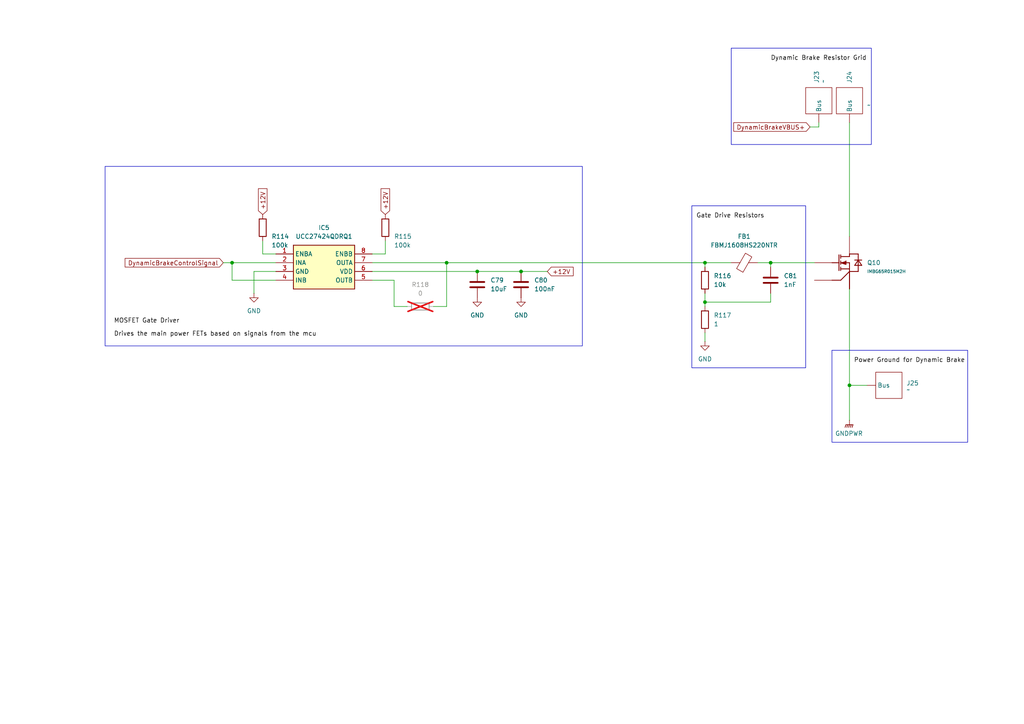
<source format=kicad_sch>
(kicad_sch (version 20231120) (generator "eeschema") (generator_version "8.0")
  (paper "A4")
  (lib_symbols
    (symbol "Device:C" (pin_numbers hide) (pin_names (offset 0.254))
      (property "Reference" "C" (at 0.635 2.54 0))
      (property "Value" "C" (at 0.635 -2.54 0))
      (symbol "C_0_1"
        (polyline (pts (xy -2.032 -0.762) (xy 2.032 -0.762)) (stroke (width 0.508)))
        (polyline (pts (xy -2.032 0.762) (xy 2.032 0.762)) (stroke (width 0.508)))
      )
      (symbol "C_1_1"
        (pin passive line (at 0 3.81 270) (length 2.794) (name "~") (number "1"))
        (pin passive line (at 0 -3.81 90) (length 2.794) (name "~") (number "2"))
      )
    )
    (symbol "Device:FerriteBead" (pin_numbers hide) (pin_names (offset 0))
      (property "Reference" "FB" (at -3.81 0.635 90))
      (property "Value" "FerriteBead" (at 3.81 0 90))
      (symbol "FerriteBead_0_1"
        (polyline (pts (xy 0 -1.27) (xy 0 -1.2192)))
        (polyline (pts (xy 0 1.27) (xy 0 1.2954)))
        (polyline (pts (xy -2.7686 0.4064) (xy -1.7018 2.2606) (xy 2.7686 -0.3048) (xy 1.6764 -2.159) (xy -2.7686 0.4064)))
      )
      (symbol "FerriteBead_1_1"
        (pin passive line (at 0 3.81 270) (length 2.54) (name "~") (number "1"))
        (pin passive line (at 0 -3.81 90) (length 2.54) (name "~") (number "2"))
      )
    )
    (symbol "Device:R" (pin_numbers hide) (pin_names (offset 0))
      (property "Reference" "R" (at 2.032 0 90))
      (property "Value" "R" (at 0 0 90))
      (symbol "R_0_1"
        (rectangle (start -1.016 -2.54) (end 1.016 2.54) (stroke (width 0.254)))
      )
      (symbol "R_1_1"
        (pin passive line (at 0 3.81 270) (length 1.27) (name "~") (number "1"))
        (pin passive line (at 0 -3.81 90) (length 1.27) (name "~") (number "2"))
      )
    )
    (symbol "InverterCom:BusBarConnection"
      (property "Reference" "J" (at 0 7.112 0))
      (symbol "BusBarConnection_0_1"
        (rectangle (start -3.81 3.81) (end 3.81 -3.81))
      )
      (symbol "BusBarConnection_1_1"
        (pin passive line (at 6.35 0 180) (length 2.54) (name "Bus") (number ""))
      )
    )
    (symbol "InverterCom:IMBG65R015M2H" (pin_numbers hide)
      (property "Reference" "Q?" (at 10.16 -2.54 0))
      (property "Value" "IMBG65R015M2H " (at 10.16 -4.826 0))
      (symbol "IMBG65R015M2H_1_0"
        (polyline (pts (xy 0 -2.54) (xy 2.032 -2.54)) (stroke (width 0.254)))
        (polyline (pts (xy 2.032 -0.254) (xy 2.032 -4.826)) (stroke (width 0.254)))
        (polyline (pts (xy 2.54 -7.62) (xy 0 -7.62)) (stroke (width 0.254)))
        (polyline (pts (xy 2.54 -4.826) (xy 2.54 -3.81)) (stroke (width 0.254)))
        (polyline (pts (xy 2.54 -3.048) (xy 2.54 -2.032)) (stroke (width 0.254)))
        (polyline (pts (xy 2.54 -0.254) (xy 2.54 -1.27)) (stroke (width 0.254)))
        (polyline (pts (xy 5.08 -5.08) (xy 2.54 -7.62)) (stroke (width 0.254)))
        (polyline (pts (xy 5.08 -5.08) (xy 7.62 -5.08)) (stroke (width 0.254)))
        (polyline (pts (xy 5.08 -4.318) (xy 2.54 -4.318)) (stroke (width 0.254)))
        (polyline (pts (xy 5.08 -2.54) (xy 2.54 -2.54)) (stroke (width 0.254)))
        (polyline (pts (xy 5.08 -2.54) (xy 5.08 -5.08)) (stroke (width 0.254)))
        (polyline (pts (xy 5.08 -0.762) (xy 2.54 -0.762)) (stroke (width 0.254)))
        (polyline (pts (xy 5.08 -0.762) (xy 5.08 0)) (stroke (width 0.254)))
        (polyline (pts (xy 5.08 0) (xy 7.62 0)) (stroke (width 0.254)))
        (polyline (pts (xy 6.604 -3.302) (xy 8.636 -3.302)) (stroke (width 0.254)))
        (polyline (pts (xy 6.604 -1.778) (xy 8.636 -1.778)) (stroke (width 0.254)))
        (polyline (pts (xy 7.62 -1.778) (xy 6.604 -3.302)) (stroke (width 0.254)))
        (polyline (pts (xy 7.62 0) (xy 7.62 -5.08)) (stroke (width 0.254)))
        (polyline (pts (xy 8.636 -3.302) (xy 7.62 -1.778)) (stroke (width 0.254)))
        (polyline (pts (xy 2.54 -2.54) (xy 4.064 -3.048) (xy 4.064 -2.032)) (stroke (width 0.254)) (fill (type outline)))
        (pin passive line (at -5.08 -2.54 0) (length 5.08) (name "GATE") (number "1"))
        (pin passive line (at -5.08 -7.62 0) (length 5.08) (name "DRIVER_SOURCE") (number "2"))
        (pin passive line (at 5.08 -10.16 90) (length 5.08) (name "POWER_SOURCE_1") (number "3"))
        (pin passive line (at 5.08 -10.16 90) (length 5.08) (name "POWER_SOURCE_2") (number "4"))
        (pin passive line (at 5.08 -10.16 90) (length 5.08) (name "POWER_SOURCE_3") (number "5"))
        (pin passive line (at 5.08 -10.16 90) (length 5.08) (name "POWER_SOURCE_4") (number "6"))
        (pin passive line (at 5.08 -10.16 90) (length 5.08) (name "POWER_SOURCE_5") (number "7"))
        (pin passive line (at 5.08 5.08 270) (length 5.08) (name "DRAIN") (number "8"))
      )
    )
    (symbol "InverterCom:UCC27424QDRQ1"
      (property "Reference" "IC" (at 24.13 7.62 0))
      (property "Value" "UCC27424QDRQ1" (at 24.13 5.08 0))
      (symbol "UCC27424QDRQ1_1_1"
        (rectangle (start 5.08 2.54) (end 22.86 -10.16) (stroke (width 0.254)) (fill (type background)))
        (pin passive line (at 0 0 0) (length 5.08) (name "ENBA") (number "1"))
        (pin passive line (at 0 -2.54 0) (length 5.08) (name "INA") (number "2"))
        (pin passive line (at 0 -5.08 0) (length 5.08) (name "GND") (number "3"))
        (pin passive line (at 0 -7.62 0) (length 5.08) (name "INB") (number "4"))
        (pin passive line (at 27.94 -7.62 180) (length 5.08) (name "OUTB") (number "5"))
        (pin passive line (at 27.94 -5.08 180) (length 5.08) (name "VDD") (number "6"))
        (pin passive line (at 27.94 -2.54 180) (length 5.08) (name "OUTA") (number "7"))
        (pin passive line (at 27.94 0 180) (length 5.08) (name "ENBB") (number "8"))
      )
    )
    (symbol "power:GND" (power) (pin_numbers hide) (pin_names (offset 0) hide)
      (property "Value" "GND" (at 0 -3.81 0))
      (symbol "GND_0_1"
        (polyline (pts (xy 0 0) (xy 0 -1.27) (xy 1.27 -1.27) (xy 0 -2.54) (xy -1.27 -1.27) (xy 0 -1.27)))
      )
      (symbol "GND_1_1"
        (pin power_in line (at 0 0 270) (length 0) (name "~") (number "1"))
      )
    )
    (symbol "power:GNDPWR" (power) (pin_numbers hide) (pin_names (offset 0) hide)
      (property "Value" "GNDPWR" (at 0 -3.302 0))
      (symbol "GNDPWR_0_1"
        (polyline (pts (xy 0 -1.27) (xy 0 0)))
        (polyline (pts (xy -1.016 -1.27) (xy -1.27 -2.032) (xy -1.27 -2.032)) (stroke (width 0.2032)))
        (polyline (pts (xy -0.508 -1.27) (xy -0.762 -2.032) (xy -0.762 -2.032)) (stroke (width 0.2032)))
        (polyline (pts (xy 0 -1.27) (xy -0.254 -2.032) (xy -0.254 -2.032)) (stroke (width 0.2032)))
        (polyline (pts (xy 0.508 -1.27) (xy 0.254 -2.032) (xy 0.254 -2.032)) (stroke (width 0.2032)))
        (polyline (pts (xy 1.016 -1.27) (xy -1.016 -1.27) (xy -1.016 -1.27)) (stroke (width 0.2032)))
        (polyline (pts (xy 1.016 -1.27) (xy 0.762 -2.032) (xy 0.762 -2.032) (xy 0.762 -2.032)) (stroke (width 0.2032)))
      )
      (symbol "GNDPWR_1_1"
        (pin power_in line (at 0 0 270) (length 0) (name "~") (number "1"))
      )
    )
  )
  (junction (at 151.13 78.74))
  (junction (at 67.31 76.2))
  (junction (at 204.47 87.63))
  (junction (at 223.52 76.2))
  (junction (at 204.47 76.2))
  (junction (at 138.43 78.74))
  (junction (at 246.38 111.76))
  (junction (at 129.54 76.2))
  (wire (pts (xy 138.43 78.74) (xy 151.13 78.74)))
  (wire (pts (xy 223.52 85.09) (xy 223.52 87.63)))
  (wire (pts (xy 204.47 76.2) (xy 212.09 76.2)))
  (wire (pts (xy 73.66 78.74) (xy 80.01 78.74)))
  (wire (pts (xy 204.47 87.63) (xy 204.47 88.9)))
  (wire (pts (xy 107.95 76.2) (xy 129.54 76.2)))
  (wire (pts (xy 204.47 87.63) (xy 204.47 85.09)))
  (wire (pts (xy 64.77 76.2) (xy 67.31 76.2)))
  (wire (pts (xy 237.49 36.83) (xy 237.49 35.56)))
  (wire (pts (xy 114.3 81.28) (xy 107.95 81.28)))
  (wire (pts (xy 246.38 83.82) (xy 246.38 111.76)))
  (wire (pts (xy 80.01 73.66) (xy 76.2 73.66)))
  (wire (pts (xy 67.31 76.2) (xy 80.01 76.2)))
  (wire (pts (xy 67.31 81.28) (xy 80.01 81.28)))
  (wire (pts (xy 223.52 87.63) (xy 204.47 87.63)))
  (wire (pts (xy 151.13 78.74) (xy 158.75 78.74)))
  (wire (pts (xy 223.52 77.47) (xy 223.52 76.2)))
  (wire (pts (xy 204.47 99.06) (xy 204.47 96.52)))
  (wire (pts (xy 114.3 88.9) (xy 114.3 81.28)))
  (wire (pts (xy 234.95 36.83) (xy 237.49 36.83)))
  (wire (pts (xy 76.2 69.85) (xy 76.2 73.66)))
  (wire (pts (xy 223.52 76.2) (xy 236.22 76.2)))
  (wire (pts (xy 67.31 76.2) (xy 67.31 81.28)))
  (wire (pts (xy 125.73 88.9) (xy 129.54 88.9)))
  (wire (pts (xy 111.76 69.85) (xy 111.76 73.66)))
  (wire (pts (xy 246.38 111.76) (xy 251.46 111.76)))
  (wire (pts (xy 246.38 121.92) (xy 246.38 111.76)))
  (wire (pts (xy 219.71 76.2) (xy 223.52 76.2)))
  (wire (pts (xy 204.47 76.2) (xy 204.47 77.47)))
  (wire (pts (xy 129.54 76.2) (xy 204.47 76.2)))
  (wire (pts (xy 73.66 78.74) (xy 73.66 85.09)))
  (wire (pts (xy 111.76 73.66) (xy 107.95 73.66)))
  (wire (pts (xy 246.38 68.58) (xy 246.38 35.56)))
  (wire (pts (xy 107.95 78.74) (xy 138.43 78.74)))
  (wire (pts (xy 129.54 88.9) (xy 129.54 76.2)))
  (wire (pts (xy 114.3 88.9) (xy 118.11 88.9)))
  (rectangle (start 241.3 101.6) (end 280.67 128.27))
  (rectangle (start 212.09 13.97) (end 252.73 41.91))
  (rectangle (start 200.66 59.69) (end 233.68 106.68))
  (rectangle (start 30.48 48.26) (end 168.91 100.33))
  (label "Dynamic Brake Resistor Grid" (at 223.52 17.78 0))
  (label "Drives the main power FETs based on signals from the mcu" (at 33.02 97.79 0))
  (label "MOSFET Gate Driver" (at 33.02 93.98 0))
  (label "Gate Drive Resistors" (at 201.93 63.5 0))
  (label "Power Ground for Dynamic Brake" (at 247.65 105.41 0))
  (global_label "+12V" (shape input) (at 158.75 78.74 0) (property "Intersheetrefs" "${INTERSHEET_REFS}" (effects (hide yes))))
  (global_label "+12V" (shape input) (at 76.2 62.23 90) (property "Intersheetrefs" "${INTERSHEET_REFS}" (effects (hide yes))))
  (global_label "DynamicBrakeVBUS+" (shape input) (at 234.95 36.83 180) (property "Intersheetrefs" "${INTERSHEET_REFS}" (effects (hide yes))))
  (global_label "DynamicBrakeControlSignal" (shape input) (at 64.77 76.2 180) (property "Intersheetrefs" "${INTERSHEET_REFS}" (effects (hide yes))))
  (global_label "+12V" (shape input) (at 111.76 62.23 90) (property "Intersheetrefs" "${INTERSHEET_REFS}" (effects (hide yes))))
  (symbol (lib_id "Device:R") (at 121.92 88.9 90) (unit 1) (dnp yes)
    (property "Reference" "R118" (at 121.92 82.55 90))
    (property "Value" "0" (at 121.92 85.09 90))
    (property "Footprint" "1210" (effects (hide yes)))
    (property "Description" "Resistor" (effects (hide yes)))
  )
  (symbol (lib_id "Device:C") (at 151.13 82.55 0) (unit 1)
    (property "Reference" "C80" (at 154.94 81.2799 0) (effects (justify left)))
    (property "Value" "100nF" (at 154.94 83.8199 0) (effects (justify left)))
    (property "Footprint" "1210" (effects (hide yes)))
    (property "Description" "Unpolarized capacitor" (effects (hide yes)))
  )
  (symbol (lib_id "power:GND") (at 204.47 99.06 0) (unit 1)
    (property "Reference" "#PWR0241" (effects (hide yes)))
    (property "Value" "GND" (at 204.47 104.14 0))
    (property "Description" "Power symbol creates a global label with name \"GND\" , ground" (effects (hide yes)))
  )
  (symbol (lib_id "InverterCom:BusBarConnection") (at 246.38 29.21 270) (unit 1)
    (property "Reference" "J24" (at 246.38 20.574 0) (effects (justify left)))
    (property "Value" "~" (at 251.46 30.48 90) (effects (justify left)))
  )
  (symbol (lib_id "power:GND") (at 73.66 85.09 0) (unit 1)
    (property "Reference" "#PWR0237" (effects (hide yes)))
    (property "Value" "GND" (at 73.66 90.17 0))
    (property "Description" "Power symbol creates a global label with name \"GND\" , ground" (effects (hide yes)))
  )
  (symbol (lib_id "power:GND") (at 138.43 86.36 0) (unit 1)
    (property "Reference" "#PWR0238" (effects (hide yes)))
    (property "Value" "GND" (at 138.43 91.44 0))
    (property "Description" "Power symbol creates a global label with name \"GND\" , ground" (effects (hide yes)))
  )
  (symbol (lib_id "power:GND") (at 151.13 86.36 0) (unit 1)
    (property "Reference" "#PWR0239" (effects (hide yes)))
    (property "Value" "GND" (at 151.13 91.44 0))
    (property "Description" "Power symbol creates a global label with name \"GND\" , ground" (effects (hide yes)))
  )
  (symbol (lib_id "InverterCom:UCC27424QDRQ1") (at 80.01 73.66 0) (unit 1)
    (property "Reference" "IC5" (at 93.98 66.04 0))
    (property "Value" "UCC27424QDRQ1" (at 93.98 68.58 0))
    (property "Footprint" "SOIC127P600X175-8N" (effects (hide yes)))
    (property "Datasheet" "http://www.ti.com/lit/gpn/ucc27424-q1" (effects (hide yes)))
    (property "Description" "Automotive Dual 4A High Speed Low-Side MOSFET Driver With Enable" (effects (hide yes)))
    (property "Height" "1.75" (effects (hide yes)))
    (property "Mouser Part Number" "595-UCC27424QDRQ1" (effects (hide yes)))
    (property "Mouser Price/Stock" "https://www.mouser.co.uk/ProductDetail/Texas-Instruments/UCC27424QDRQ1?qs=3WadRV20yGwTLMr0pUhVuw%3D%3D" (effects (hide yes)))
    (property "Manufacturer_Name" "Texas Instruments" (effects (hide yes)))
    (property "Manufacturer_Part_Number" "UCC27424QDRQ1" (effects (hide yes)))
  )
  (symbol (lib_id "Device:R") (at 111.76 66.04 180) (unit 1)
    (property "Reference" "R115" (at 114.3 68.5799 0) (effects (justify right)))
    (property "Value" "100k" (at 114.3 71.1199 0) (effects (justify right)))
    (property "Footprint" "1210" (effects (hide yes)))
    (property "Description" "Resistor" (effects (hide yes)))
  )
  (symbol (lib_id "power:GNDPWR") (at 246.38 121.92 0) (unit 1)
    (property "Reference" "#PWR0205" (effects (hide yes)))
    (property "Value" "GNDPWR" (at 246.253 125.73 0))
    (property "Description" "Power symbol creates a global label with name \"GNDPWR\" , global ground" (effects (hide yes)))
  )
  (symbol (lib_id "Device:R") (at 204.47 92.71 0) (unit 1)
    (property "Reference" "R117" (at 207.01 91.4399 0) (effects (justify left)))
    (property "Value" "1" (at 207.01 93.9799 0) (effects (justify left)))
    (property "Footprint" "1210" (effects (hide yes)))
    (property "Description" "Resistor" (effects (hide yes)))
  )
  (symbol (lib_id "InverterCom:IMBG65R015M2H") (at 241.3 73.66 0) (unit 1)
    (property "Reference" "Q10" (at 251.46 76.1999 0) (effects (justify left)))
    (property "Value" "IMBG65R015M2H" (at 251.46 78.74 0) (effects (font (size 0.889 0.889)) (justify left)))
    (property "Description" "Insulated-Gate Field-Effect Transistor (IGFET), N-Channel, Enhancement, Body Diode, Pin 1 Gate, 2 Driver Source, 3 Power Source, 4 Power Source, 5 Power Source, 6 Power Source, 7 Power Source, 8 Drain, 8 Pins" (effects (hide yes)))
  )
  (symbol (lib_id "Device:R") (at 204.47 81.28 0) (unit 1)
    (property "Reference" "R116" (at 207.01 80.0099 0) (effects (justify left)))
    (property "Value" "10k" (at 207.01 82.5499 0) (effects (justify left)))
    (property "Footprint" "1210" (effects (hide yes)))
    (property "Description" "Resistor" (effects (hide yes)))
  )
  (symbol (lib_id "InverterCom:BusBarConnection") (at 257.81 111.76 180) (unit 1)
    (property "Reference" "J25" (at 262.89 111.1249 0) (effects (justify right)))
    (property "Value" "~" (at 262.89 113.03 0) (effects (justify right)))
  )
  (symbol (lib_id "Device:C") (at 138.43 82.55 0) (unit 1)
    (property "Reference" "C79" (at 142.24 81.2799 0) (effects (justify left)))
    (property "Value" "10uF" (at 142.24 83.8199 0) (effects (justify left)))
    (property "Footprint" "1210" (effects (hide yes)))
    (property "Description" "Unpolarized capacitor" (effects (hide yes)))
  )
  (symbol (lib_id "InverterCom:BusBarConnection") (at 237.49 29.21 270) (unit 1)
    (property "Reference" "J23" (at 236.8549 24.13 0) (effects (justify right)))
    (property "Value" "~" (at 238.76 24.13 0) (effects (justify right)))
  )
  (symbol (lib_id "Device:FerriteBead") (at 215.9 76.2 90) (unit 1)
    (property "Reference" "FB1" (at 215.8492 68.58 90))
    (property "Value" "FBMJ1608HS220NTR" (at 215.8492 71.12 90))
    (property "Footprint" "BEADC1608X100N" (effects (hide yes)))
    (property "Description" "Ferrite bead" (effects (hide yes)))
    (property "Height" "1" (effects (hide yes)))
    (property "Mouser Part Number" "963-FBMJ1608HS220NTR" (effects (hide yes)))
    (property "Mouser Price/Stock" "https://www.mouser.co.uk/ProductDetail/TAIYO-YUDEN/FBMJ1608HS220NTR?qs=qEEMd6hQM8XfqBRLulOo%2FQ%3D%3D" (effects (hide yes)))
    (property "Manufacturer_Name" "TAIYO YUDEN" (effects (hide yes)))
    (property "Manufacturer_Part_Number" "FBMJ1608HS220NTR" (effects (hide yes)))
  )
  (symbol (lib_id "Device:C") (at 223.52 81.28 180) (unit 1)
    (property "Reference" "C81" (at 227.33 80.0099 0) (effects (justify right)))
    (property "Value" "1nF" (at 227.33 82.5499 0) (effects (justify right)))
    (property "Footprint" "1210" (effects (hide yes)))
    (property "Description" "Unpolarized capacitor" (effects (hide yes)))
  )
  (symbol (lib_id "Device:R") (at 76.2 66.04 180) (unit 1)
    (property "Reference" "R114" (at 78.74 68.5799 0) (effects (justify right)))
    (property "Value" "100k" (at 78.74 71.1199 0) (effects (justify right)))
    (property "Footprint" "1210" (effects (hide yes)))
    (property "Description" "Resistor" (effects (hide yes)))
  )
)
</source>
